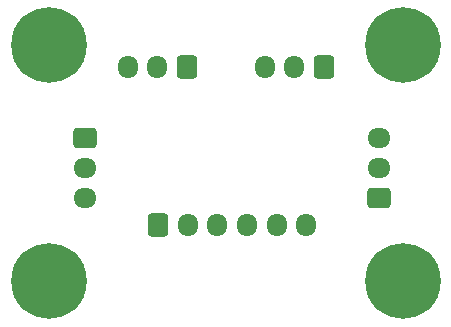
<source format=gbr>
%TF.GenerationSoftware,KiCad,Pcbnew,8.0.5-8.0.5-0~ubuntu24.04.1*%
%TF.CreationDate,2024-10-23T09:38:31+02:00*%
%TF.ProjectId,SensorConnector_PCB,53656e73-6f72-4436-9f6e-6e6563746f72,rev?*%
%TF.SameCoordinates,Original*%
%TF.FileFunction,Soldermask,Bot*%
%TF.FilePolarity,Negative*%
%FSLAX46Y46*%
G04 Gerber Fmt 4.6, Leading zero omitted, Abs format (unit mm)*
G04 Created by KiCad (PCBNEW 8.0.5-8.0.5-0~ubuntu24.04.1) date 2024-10-23 09:38:31*
%MOMM*%
%LPD*%
G01*
G04 APERTURE LIST*
G04 Aperture macros list*
%AMRoundRect*
0 Rectangle with rounded corners*
0 $1 Rounding radius*
0 $2 $3 $4 $5 $6 $7 $8 $9 X,Y pos of 4 corners*
0 Add a 4 corners polygon primitive as box body*
4,1,4,$2,$3,$4,$5,$6,$7,$8,$9,$2,$3,0*
0 Add four circle primitives for the rounded corners*
1,1,$1+$1,$2,$3*
1,1,$1+$1,$4,$5*
1,1,$1+$1,$6,$7*
1,1,$1+$1,$8,$9*
0 Add four rect primitives between the rounded corners*
20,1,$1+$1,$2,$3,$4,$5,0*
20,1,$1+$1,$4,$5,$6,$7,0*
20,1,$1+$1,$6,$7,$8,$9,0*
20,1,$1+$1,$8,$9,$2,$3,0*%
G04 Aperture macros list end*
%ADD10RoundRect,0.250000X-0.600000X-0.725000X0.600000X-0.725000X0.600000X0.725000X-0.600000X0.725000X0*%
%ADD11O,1.700000X1.950000*%
%ADD12RoundRect,0.250000X0.600000X0.725000X-0.600000X0.725000X-0.600000X-0.725000X0.600000X-0.725000X0*%
%ADD13C,0.800000*%
%ADD14C,6.400000*%
%ADD15RoundRect,0.250000X-0.725000X0.600000X-0.725000X-0.600000X0.725000X-0.600000X0.725000X0.600000X0*%
%ADD16O,1.950000X1.700000*%
%ADD17RoundRect,0.250000X0.725000X-0.600000X0.725000X0.600000X-0.725000X0.600000X-0.725000X-0.600000X0*%
G04 APERTURE END LIST*
D10*
%TO.C,J105*%
X109300000Y-85200000D03*
D11*
X111800000Y-85200000D03*
X114300000Y-85200000D03*
X116800000Y-85200000D03*
X119300000Y-85200000D03*
X121800000Y-85200000D03*
%TD*%
D12*
%TO.C,J101*%
X111700000Y-71850000D03*
D11*
X109200000Y-71850000D03*
X106700000Y-71850000D03*
%TD*%
D13*
%TO.C,H101*%
X97600000Y-70000000D03*
X98302944Y-68302944D03*
X98302944Y-71697056D03*
X100000000Y-67600000D03*
D14*
X100000000Y-70000000D03*
D13*
X100000000Y-72400000D03*
X101697056Y-68302944D03*
X101697056Y-71697056D03*
X102400000Y-70000000D03*
%TD*%
D15*
%TO.C,J103*%
X103050000Y-77900000D03*
D16*
X103050000Y-80400000D03*
X103050000Y-82900000D03*
%TD*%
D13*
%TO.C,H104*%
X127600000Y-90000000D03*
X128302944Y-88302944D03*
X128302944Y-91697056D03*
X130000000Y-87600000D03*
D14*
X130000000Y-90000000D03*
D13*
X130000000Y-92400000D03*
X131697056Y-88302944D03*
X131697056Y-91697056D03*
X132400000Y-90000000D03*
%TD*%
D12*
%TO.C,J102*%
X123300000Y-71850000D03*
D11*
X120800000Y-71850000D03*
X118300000Y-71850000D03*
%TD*%
D17*
%TO.C,J104*%
X127950000Y-82900000D03*
D16*
X127950000Y-80400000D03*
X127950000Y-77900000D03*
%TD*%
D13*
%TO.C,H102*%
X127600000Y-70000000D03*
X128302944Y-68302944D03*
X128302944Y-71697056D03*
X130000000Y-67600000D03*
D14*
X130000000Y-70000000D03*
D13*
X130000000Y-72400000D03*
X131697056Y-68302944D03*
X131697056Y-71697056D03*
X132400000Y-70000000D03*
%TD*%
%TO.C,H103*%
X97600000Y-90000000D03*
X98302944Y-88302944D03*
X98302944Y-91697056D03*
X100000000Y-87600000D03*
D14*
X100000000Y-90000000D03*
D13*
X100000000Y-92400000D03*
X101697056Y-88302944D03*
X101697056Y-91697056D03*
X102400000Y-90000000D03*
%TD*%
M02*

</source>
